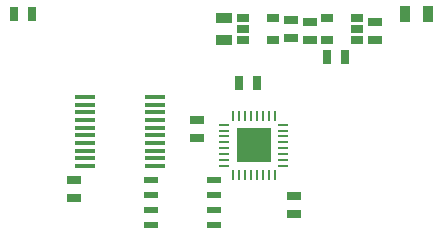
<source format=gbr>
G04 #@! TF.FileFunction,Paste,Top*
%FSLAX46Y46*%
G04 Gerber Fmt 4.6, Leading zero omitted, Abs format (unit mm)*
G04 Created by KiCad (PCBNEW 4.0.2+dfsg1-stable) date mar. 12 sept. 2017 23:56:27 CEST*
%MOMM*%
G01*
G04 APERTURE LIST*
%ADD10C,0.100000*%
%ADD11R,0.279400X0.850900*%
%ADD12R,0.850900X0.279400*%
%ADD13R,2.999740X2.999740*%
%ADD14R,1.143000X0.635000*%
%ADD15R,0.635000X1.143000*%
%ADD16R,1.780540X0.304800*%
%ADD17R,1.780540X0.299720*%
%ADD18R,1.000760X0.701040*%
%ADD19R,1.397000X0.889000*%
%ADD20R,0.889000X1.397000*%
%ADD21R,1.143000X0.508000*%
G04 APERTURE END LIST*
D10*
D11*
X156232860Y-109941360D03*
D12*
X156982160Y-109192060D03*
D11*
X156232860Y-104942640D03*
X155732480Y-104942640D03*
X155232100Y-104942640D03*
X154731720Y-104942640D03*
X153733500Y-104942640D03*
X153233120Y-104942640D03*
D12*
X151983440Y-107690920D03*
D11*
X152732740Y-104942640D03*
D12*
X151983440Y-105691940D03*
X151983440Y-106192320D03*
X151983440Y-106692700D03*
X151983440Y-107193080D03*
X151983440Y-108191300D03*
X151983440Y-108691680D03*
X151983440Y-109192060D03*
D11*
X152732740Y-109941360D03*
X153233120Y-109941360D03*
X153733500Y-109941360D03*
X154233880Y-109941360D03*
X154731720Y-109941360D03*
X155232100Y-109941360D03*
X155732480Y-109941360D03*
D13*
X154482800Y-107442000D03*
D11*
X154233880Y-104942640D03*
D12*
X156982160Y-105691940D03*
X156982160Y-106192320D03*
X156982160Y-106692700D03*
X156982160Y-107193080D03*
X156982160Y-107690920D03*
X156982160Y-108191300D03*
X156982160Y-108691680D03*
D14*
X159207200Y-98539300D03*
X159207200Y-97015300D03*
X149669500Y-106781600D03*
X149669500Y-105257600D03*
D15*
X154724100Y-102158800D03*
X153200100Y-102158800D03*
D16*
X146098260Y-108548600D03*
X146098260Y-107898600D03*
X146098260Y-107248600D03*
X146098260Y-106598600D03*
X146098260Y-105948600D03*
X146098260Y-105298600D03*
X146098260Y-104648600D03*
X146098260Y-103998600D03*
D17*
X140159740Y-103998600D03*
X140159740Y-104648600D03*
X140159740Y-105298600D03*
X140159740Y-105948600D03*
X140159740Y-106598600D03*
X140159740Y-107248600D03*
X140159740Y-107898600D03*
X140159740Y-108548600D03*
D16*
X146100800Y-109198600D03*
X146100800Y-103348600D03*
X140159740Y-103348600D03*
D17*
X140159740Y-109198600D03*
D15*
X160693100Y-99987100D03*
X162217100Y-99987100D03*
D18*
X160693100Y-98539300D03*
X160693100Y-96634300D03*
X163233100Y-96634300D03*
X163233100Y-97586800D03*
X163233100Y-98539300D03*
D15*
X135724900Y-96291400D03*
X134200900Y-96291400D03*
D14*
X139217400Y-110363000D03*
X139217400Y-111887000D03*
D19*
X151968200Y-96634300D03*
X151968200Y-98539300D03*
D14*
X157632400Y-96824800D03*
X157632400Y-98348800D03*
D18*
X156133800Y-96634300D03*
X156133800Y-98539300D03*
X153593800Y-98539300D03*
X153593800Y-97586800D03*
X153593800Y-96634300D03*
D20*
X167309800Y-96291400D03*
X169214800Y-96291400D03*
D14*
X164706300Y-98539300D03*
X164706300Y-97015300D03*
D21*
X145808700Y-114223800D03*
X151142700Y-114223800D03*
X145808700Y-112953800D03*
X145808700Y-111683800D03*
X145808700Y-110413800D03*
X151142700Y-112953800D03*
X151142700Y-111683800D03*
X151142700Y-110413800D03*
D14*
X157873700Y-111760000D03*
X157873700Y-113284000D03*
M02*

</source>
